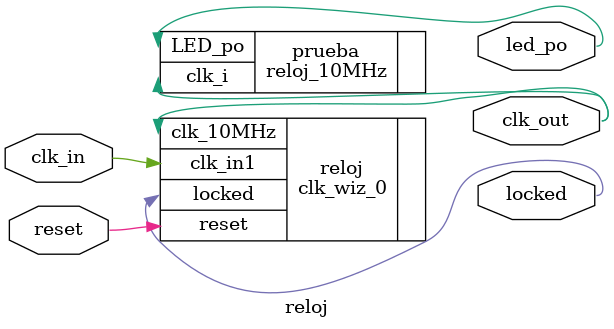
<source format=sv>
`timescale 1ns / 1ps

module reloj(
input logic clk_in,
input logic reset,
output logic clk_out,
output logic locked,
output logic led_po

    );
    
clk_wiz_0 reloj(
    // Clock out ports
    .clk_10MHz(clk_out),     // output clk_10MHz
    // Status and control signals
    .reset(reset), // input reset
    .locked(locked),       // output locked
   // Clock in ports
    .clk_in1(clk_in));      // input clk_in1

reloj_10MHz prueba(
    .clk_i(clk_out),
    .LED_po(led_po));

endmodule

</source>
